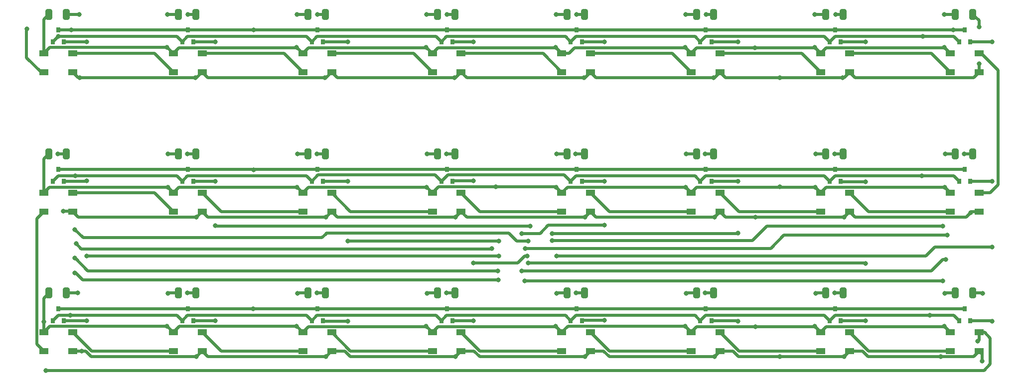
<source format=gbr>
%TF.GenerationSoftware,KiCad,Pcbnew,(6.0.7-1)-1*%
%TF.CreationDate,2022-12-02T15:50:44+01:00*%
%TF.ProjectId,3x8,3378382e-6b69-4636-9164-5f7063625858,rev?*%
%TF.SameCoordinates,Original*%
%TF.FileFunction,Copper,L1,Top*%
%TF.FilePolarity,Positive*%
%FSLAX46Y46*%
G04 Gerber Fmt 4.6, Leading zero omitted, Abs format (unit mm)*
G04 Created by KiCad (PCBNEW (6.0.7-1)-1) date 2022-12-02 15:50:44*
%MOMM*%
%LPD*%
G01*
G04 APERTURE LIST*
G04 Aperture macros list*
%AMRoundRect*
0 Rectangle with rounded corners*
0 $1 Rounding radius*
0 $2 $3 $4 $5 $6 $7 $8 $9 X,Y pos of 4 corners*
0 Add a 4 corners polygon primitive as box body*
4,1,4,$2,$3,$4,$5,$6,$7,$8,$9,$2,$3,0*
0 Add four circle primitives for the rounded corners*
1,1,$1+$1,$2,$3*
1,1,$1+$1,$4,$5*
1,1,$1+$1,$6,$7*
1,1,$1+$1,$8,$9*
0 Add four rect primitives between the rounded corners*
20,1,$1+$1,$2,$3,$4,$5,0*
20,1,$1+$1,$4,$5,$6,$7,0*
20,1,$1+$1,$6,$7,$8,$9,0*
20,1,$1+$1,$8,$9,$2,$3,0*%
G04 Aperture macros list end*
%TA.AperFunction,SMDPad,CuDef*%
%ADD10R,1.500000X1.000000*%
%TD*%
%TA.AperFunction,SMDPad,CuDef*%
%ADD11R,0.800000X0.900000*%
%TD*%
%TA.AperFunction,SMDPad,CuDef*%
%ADD12RoundRect,0.250000X0.325000X0.650000X-0.325000X0.650000X-0.325000X-0.650000X0.325000X-0.650000X0*%
%TD*%
%TA.AperFunction,SMDPad,CuDef*%
%ADD13RoundRect,0.250000X-0.325000X-0.650000X0.325000X-0.650000X0.325000X0.650000X-0.325000X0.650000X0*%
%TD*%
%TA.AperFunction,ViaPad*%
%ADD14C,0.800000*%
%TD*%
%TA.AperFunction,Conductor*%
%ADD15C,0.500000*%
%TD*%
G04 APERTURE END LIST*
D10*
%TO.P,D1,1,VSS*%
%TO.N,GND*%
X25526201Y-44296401D03*
%TO.P,D1,2,DIN*%
%TO.N,LedIn*%
X25526201Y-47496401D03*
%TO.P,D1,3,VDD*%
%TO.N,P*%
X30426201Y-47496401D03*
%TO.P,D1,4,DOUT*%
%TO.N,Net-(D1-Pad4)*%
X30426201Y-44296401D03*
%TD*%
%TO.P,D2,1,VSS*%
%TO.N,GND*%
X47526201Y-44296401D03*
%TO.P,D2,2,DIN*%
%TO.N,Net-(D1-Pad4)*%
X47526201Y-47496401D03*
%TO.P,D2,3,VDD*%
%TO.N,P*%
X52426201Y-47496401D03*
%TO.P,D2,4,DOUT*%
%TO.N,Net-(D2-Pad4)*%
X52426201Y-44296401D03*
%TD*%
%TO.P,D3,1,VSS*%
%TO.N,GND*%
X69526201Y-44296401D03*
%TO.P,D3,2,DIN*%
%TO.N,Net-(D2-Pad4)*%
X69526201Y-47496401D03*
%TO.P,D3,3,VDD*%
%TO.N,P*%
X74426201Y-47496401D03*
%TO.P,D3,4,DOUT*%
%TO.N,Net-(D3-Pad4)*%
X74426201Y-44296401D03*
%TD*%
%TO.P,D4,1,VSS*%
%TO.N,GND*%
X91526201Y-44296401D03*
%TO.P,D4,2,DIN*%
%TO.N,Net-(D3-Pad4)*%
X91526201Y-47496401D03*
%TO.P,D4,3,VDD*%
%TO.N,P*%
X96426201Y-47496401D03*
%TO.P,D4,4,DOUT*%
%TO.N,Net-(D4-Pad4)*%
X96426201Y-44296401D03*
%TD*%
%TO.P,D5,1,VSS*%
%TO.N,GND*%
X113526201Y-44296401D03*
%TO.P,D5,2,DIN*%
%TO.N,Net-(D4-Pad4)*%
X113526201Y-47496401D03*
%TO.P,D5,3,VDD*%
%TO.N,P*%
X118426201Y-47496401D03*
%TO.P,D5,4,DOUT*%
%TO.N,Net-(D5-Pad4)*%
X118426201Y-44296401D03*
%TD*%
%TO.P,D6,1,VSS*%
%TO.N,GND*%
X135526201Y-44296401D03*
%TO.P,D6,2,DIN*%
%TO.N,Net-(D5-Pad4)*%
X135526201Y-47496401D03*
%TO.P,D6,3,VDD*%
%TO.N,P*%
X140426201Y-47496401D03*
%TO.P,D6,4,DOUT*%
%TO.N,Net-(D6-Pad4)*%
X140426201Y-44296401D03*
%TD*%
%TO.P,D7,1,VSS*%
%TO.N,GND*%
X157526201Y-44296401D03*
%TO.P,D7,2,DIN*%
%TO.N,Net-(D6-Pad4)*%
X157526201Y-47496401D03*
%TO.P,D7,3,VDD*%
%TO.N,P*%
X162426201Y-47496401D03*
%TO.P,D7,4,DOUT*%
%TO.N,Net-(D7-Pad4)*%
X162426201Y-44296401D03*
%TD*%
%TO.P,D8,1,VSS*%
%TO.N,GND*%
X179526201Y-44296401D03*
%TO.P,D8,2,DIN*%
%TO.N,Net-(D7-Pad4)*%
X179526201Y-47496401D03*
%TO.P,D8,3,VDD*%
%TO.N,P*%
X184426201Y-47496401D03*
%TO.P,D8,4,DOUT*%
%TO.N,Net-(D16-Pad2)*%
X184426201Y-44296401D03*
%TD*%
%TO.P,D9,1,VSS*%
%TO.N,GND*%
X30426201Y-71196401D03*
%TO.P,D9,2,DIN*%
%TO.N,Net-(D10-Pad4)*%
X30426201Y-67996401D03*
%TO.P,D9,3,VDD*%
%TO.N,P*%
X25526201Y-67996401D03*
%TO.P,D9,4,DOUT*%
%TO.N,Net-(D17-Pad2)*%
X25526201Y-71196401D03*
%TD*%
%TO.P,D10,1,VSS*%
%TO.N,GND*%
X52426201Y-71196401D03*
%TO.P,D10,2,DIN*%
%TO.N,Net-(D10-Pad2)*%
X52426201Y-67996401D03*
%TO.P,D10,3,VDD*%
%TO.N,P*%
X47526201Y-67996401D03*
%TO.P,D10,4,DOUT*%
%TO.N,Net-(D10-Pad4)*%
X47526201Y-71196401D03*
%TD*%
%TO.P,D11,1,VSS*%
%TO.N,GND*%
X74426201Y-71196401D03*
%TO.P,D11,2,DIN*%
%TO.N,Net-(D11-Pad2)*%
X74426201Y-67996401D03*
%TO.P,D11,3,VDD*%
%TO.N,P*%
X69526201Y-67996401D03*
%TO.P,D11,4,DOUT*%
%TO.N,Net-(D10-Pad2)*%
X69526201Y-71196401D03*
%TD*%
%TO.P,D12,1,VSS*%
%TO.N,GND*%
X96426201Y-71196401D03*
%TO.P,D12,2,DIN*%
%TO.N,Net-(D12-Pad2)*%
X96426201Y-67996401D03*
%TO.P,D12,3,VDD*%
%TO.N,P*%
X91526201Y-67996401D03*
%TO.P,D12,4,DOUT*%
%TO.N,Net-(D11-Pad2)*%
X91526201Y-71196401D03*
%TD*%
%TO.P,D13,1,VSS*%
%TO.N,GND*%
X118426201Y-71196401D03*
%TO.P,D13,2,DIN*%
%TO.N,Net-(D13-Pad2)*%
X118426201Y-67996401D03*
%TO.P,D13,3,VDD*%
%TO.N,P*%
X113526201Y-67996401D03*
%TO.P,D13,4,DOUT*%
%TO.N,Net-(D12-Pad2)*%
X113526201Y-71196401D03*
%TD*%
%TO.P,D14,1,VSS*%
%TO.N,GND*%
X140426201Y-71196401D03*
%TO.P,D14,2,DIN*%
%TO.N,Net-(D14-Pad2)*%
X140426201Y-67996401D03*
%TO.P,D14,3,VDD*%
%TO.N,P*%
X135526201Y-67996401D03*
%TO.P,D14,4,DOUT*%
%TO.N,Net-(D13-Pad2)*%
X135526201Y-71196401D03*
%TD*%
%TO.P,D15,1,VSS*%
%TO.N,GND*%
X162426201Y-71196401D03*
%TO.P,D15,2,DIN*%
%TO.N,Net-(D15-Pad2)*%
X162426201Y-67996401D03*
%TO.P,D15,3,VDD*%
%TO.N,P*%
X157526201Y-67996401D03*
%TO.P,D15,4,DOUT*%
%TO.N,Net-(D14-Pad2)*%
X157526201Y-71196401D03*
%TD*%
%TO.P,D16,1,VSS*%
%TO.N,GND*%
X184426201Y-71196401D03*
%TO.P,D16,2,DIN*%
%TO.N,Net-(D16-Pad2)*%
X184426201Y-67996401D03*
%TO.P,D16,3,VDD*%
%TO.N,P*%
X179526201Y-67996401D03*
%TO.P,D16,4,DOUT*%
%TO.N,Net-(D15-Pad2)*%
X179526201Y-71196401D03*
%TD*%
%TO.P,D17,1,VSS*%
%TO.N,GND*%
X25526201Y-91696401D03*
%TO.P,D17,2,DIN*%
%TO.N,Net-(D17-Pad2)*%
X25526201Y-94896401D03*
%TO.P,D17,3,VDD*%
%TO.N,P*%
X30426201Y-94896401D03*
%TO.P,D17,4,DOUT*%
%TO.N,Net-(D17-Pad4)*%
X30426201Y-91696401D03*
%TD*%
%TO.P,D18,1,VSS*%
%TO.N,GND*%
X47526201Y-91696401D03*
%TO.P,D18,2,DIN*%
%TO.N,Net-(D17-Pad4)*%
X47526201Y-94896401D03*
%TO.P,D18,3,VDD*%
%TO.N,P*%
X52426201Y-94896401D03*
%TO.P,D18,4,DOUT*%
%TO.N,Net-(D18-Pad4)*%
X52426201Y-91696401D03*
%TD*%
%TO.P,D19,1,VSS*%
%TO.N,GND*%
X69526201Y-91696401D03*
%TO.P,D19,2,DIN*%
%TO.N,Net-(D18-Pad4)*%
X69526201Y-94896401D03*
%TO.P,D19,3,VDD*%
%TO.N,P*%
X74426201Y-94896401D03*
%TO.P,D19,4,DOUT*%
%TO.N,Net-(D19-Pad4)*%
X74426201Y-91696401D03*
%TD*%
%TO.P,D20,1,VSS*%
%TO.N,GND*%
X91526201Y-91696401D03*
%TO.P,D20,2,DIN*%
%TO.N,Net-(D19-Pad4)*%
X91526201Y-94896401D03*
%TO.P,D20,3,VDD*%
%TO.N,P*%
X96426201Y-94896401D03*
%TO.P,D20,4,DOUT*%
%TO.N,Net-(D20-Pad4)*%
X96426201Y-91696401D03*
%TD*%
%TO.P,D21,1,VSS*%
%TO.N,GND*%
X113526201Y-91696401D03*
%TO.P,D21,2,DIN*%
%TO.N,Net-(D20-Pad4)*%
X113526201Y-94896401D03*
%TO.P,D21,3,VDD*%
%TO.N,P*%
X118426201Y-94896401D03*
%TO.P,D21,4,DOUT*%
%TO.N,Net-(D21-Pad4)*%
X118426201Y-91696401D03*
%TD*%
%TO.P,D22,1,VSS*%
%TO.N,GND*%
X135526201Y-91696401D03*
%TO.P,D22,2,DIN*%
%TO.N,Net-(D21-Pad4)*%
X135526201Y-94896401D03*
%TO.P,D22,3,VDD*%
%TO.N,P*%
X140426201Y-94896401D03*
%TO.P,D22,4,DOUT*%
%TO.N,Net-(D22-Pad4)*%
X140426201Y-91696401D03*
%TD*%
%TO.P,D23,1,VSS*%
%TO.N,GND*%
X157526201Y-91696401D03*
%TO.P,D23,2,DIN*%
%TO.N,Net-(D22-Pad4)*%
X157526201Y-94896401D03*
%TO.P,D23,3,VDD*%
%TO.N,P*%
X162426201Y-94896401D03*
%TO.P,D23,4,DOUT*%
%TO.N,Net-(D23-Pad4)*%
X162426201Y-91696401D03*
%TD*%
%TO.P,D24,1,VSS*%
%TO.N,GND*%
X179526201Y-91696401D03*
%TO.P,D24,2,DIN*%
%TO.N,Net-(D23-Pad4)*%
X179526201Y-94896401D03*
%TO.P,D24,3,VDD*%
%TO.N,P*%
X184426201Y-94896401D03*
%TO.P,D24,4,DOUT*%
%TO.N,LedOut*%
X184426201Y-91696401D03*
%TD*%
D11*
%TO.P,U1,1,VCC*%
%TO.N,PQ1*%
X27050000Y-42350000D03*
%TO.P,U1,2,OUT*%
%TO.N,HallOut1*%
X28950000Y-42350000D03*
%TO.P,U1,3,GND*%
%TO.N,AGND*%
X28000000Y-40350000D03*
%TD*%
%TO.P,U2,1,VCC*%
%TO.N,PQ1*%
X49050000Y-42350000D03*
%TO.P,U2,2,OUT*%
%TO.N,HallOut2*%
X50950000Y-42350000D03*
%TO.P,U2,3,GND*%
%TO.N,AGND*%
X50000000Y-40350000D03*
%TD*%
%TO.P,U3,1,VCC*%
%TO.N,PQ1*%
X71050000Y-42350000D03*
%TO.P,U3,2,OUT*%
%TO.N,HallOut3*%
X72950000Y-42350000D03*
%TO.P,U3,3,GND*%
%TO.N,AGND*%
X72000000Y-40350000D03*
%TD*%
%TO.P,U4,1,VCC*%
%TO.N,PQ1*%
X93050000Y-42350000D03*
%TO.P,U4,2,OUT*%
%TO.N,HallOut4*%
X94950000Y-42350000D03*
%TO.P,U4,3,GND*%
%TO.N,AGND*%
X94000000Y-40350000D03*
%TD*%
%TO.P,U5,1,VCC*%
%TO.N,PQ1*%
X115050000Y-42350000D03*
%TO.P,U5,2,OUT*%
%TO.N,HallOut5*%
X116950000Y-42350000D03*
%TO.P,U5,3,GND*%
%TO.N,AGND*%
X116000000Y-40350000D03*
%TD*%
%TO.P,U6,1,VCC*%
%TO.N,PQ1*%
X137050000Y-42350000D03*
%TO.P,U6,2,OUT*%
%TO.N,HallOut6*%
X138950000Y-42350000D03*
%TO.P,U6,3,GND*%
%TO.N,AGND*%
X138000000Y-40350000D03*
%TD*%
%TO.P,U7,1,VCC*%
%TO.N,PQ1*%
X159050000Y-42350000D03*
%TO.P,U7,2,OUT*%
%TO.N,HallOut7*%
X160950000Y-42350000D03*
%TO.P,U7,3,GND*%
%TO.N,AGND*%
X160000000Y-40350000D03*
%TD*%
%TO.P,U8,1,VCC*%
%TO.N,PQ1*%
X181050000Y-42350000D03*
%TO.P,U8,2,OUT*%
%TO.N,HallOut8*%
X182950000Y-42350000D03*
%TO.P,U8,3,GND*%
%TO.N,AGND*%
X182000000Y-40350000D03*
%TD*%
%TO.P,U9,1,VCC*%
%TO.N,PQ2*%
X27050000Y-66050000D03*
%TO.P,U9,2,OUT*%
%TO.N,HallOut1*%
X28950000Y-66050000D03*
%TO.P,U9,3,GND*%
%TO.N,AGND*%
X28000000Y-64050000D03*
%TD*%
%TO.P,U10,1,VCC*%
%TO.N,PQ2*%
X49050000Y-66050000D03*
%TO.P,U10,2,OUT*%
%TO.N,HallOut2*%
X50950000Y-66050000D03*
%TO.P,U10,3,GND*%
%TO.N,AGND*%
X50000000Y-64050000D03*
%TD*%
%TO.P,U11,1,VCC*%
%TO.N,PQ2*%
X71050000Y-66050000D03*
%TO.P,U11,2,OUT*%
%TO.N,HallOut3*%
X72950000Y-66050000D03*
%TO.P,U11,3,GND*%
%TO.N,AGND*%
X72000000Y-64050000D03*
%TD*%
%TO.P,U12,1,VCC*%
%TO.N,PQ2*%
X93050000Y-66050000D03*
%TO.P,U12,2,OUT*%
%TO.N,HallOut4*%
X94950000Y-66050000D03*
%TO.P,U12,3,GND*%
%TO.N,AGND*%
X94000000Y-64050000D03*
%TD*%
%TO.P,U13,1,VCC*%
%TO.N,PQ2*%
X115050000Y-66050000D03*
%TO.P,U13,2,OUT*%
%TO.N,HallOut5*%
X116950000Y-66050000D03*
%TO.P,U13,3,GND*%
%TO.N,AGND*%
X116000000Y-64050000D03*
%TD*%
%TO.P,U14,1,VCC*%
%TO.N,PQ2*%
X137050000Y-66050000D03*
%TO.P,U14,2,OUT*%
%TO.N,HallOut6*%
X138950000Y-66050000D03*
%TO.P,U14,3,GND*%
%TO.N,AGND*%
X138000000Y-64050000D03*
%TD*%
%TO.P,U15,1,VCC*%
%TO.N,PQ2*%
X159050000Y-66050000D03*
%TO.P,U15,2,OUT*%
%TO.N,HallOut7*%
X160950000Y-66050000D03*
%TO.P,U15,3,GND*%
%TO.N,AGND*%
X160000000Y-64050000D03*
%TD*%
%TO.P,U16,1,VCC*%
%TO.N,PQ2*%
X181050000Y-66050000D03*
%TO.P,U16,2,OUT*%
%TO.N,HallOut8*%
X182950000Y-66050000D03*
%TO.P,U16,3,GND*%
%TO.N,AGND*%
X182000000Y-64050000D03*
%TD*%
%TO.P,U17,1,VCC*%
%TO.N,PQ3*%
X27050000Y-89750000D03*
%TO.P,U17,2,OUT*%
%TO.N,HallOut1*%
X28950000Y-89750000D03*
%TO.P,U17,3,GND*%
%TO.N,AGND*%
X28000000Y-87750000D03*
%TD*%
%TO.P,U18,1,VCC*%
%TO.N,PQ3*%
X49050000Y-89750000D03*
%TO.P,U18,2,OUT*%
%TO.N,HallOut2*%
X50950000Y-89750000D03*
%TO.P,U18,3,GND*%
%TO.N,AGND*%
X50000000Y-87750000D03*
%TD*%
%TO.P,U19,1,VCC*%
%TO.N,PQ3*%
X71050000Y-89750000D03*
%TO.P,U19,2,OUT*%
%TO.N,HallOut3*%
X72950000Y-89750000D03*
%TO.P,U19,3,GND*%
%TO.N,AGND*%
X72000000Y-87750000D03*
%TD*%
%TO.P,U20,1,VCC*%
%TO.N,PQ3*%
X93050000Y-89750000D03*
%TO.P,U20,2,OUT*%
%TO.N,HallOut4*%
X94950000Y-89750000D03*
%TO.P,U20,3,GND*%
%TO.N,AGND*%
X94000000Y-87750000D03*
%TD*%
%TO.P,U21,1,VCC*%
%TO.N,PQ3*%
X115050000Y-89750000D03*
%TO.P,U21,2,OUT*%
%TO.N,HallOut5*%
X116950000Y-89750000D03*
%TO.P,U21,3,GND*%
%TO.N,AGND*%
X116000000Y-87750000D03*
%TD*%
%TO.P,U22,1,VCC*%
%TO.N,PQ3*%
X137050000Y-89750000D03*
%TO.P,U22,2,OUT*%
%TO.N,HallOut6*%
X138950000Y-89750000D03*
%TO.P,U22,3,GND*%
%TO.N,AGND*%
X138000000Y-87750000D03*
%TD*%
%TO.P,U23,1,VCC*%
%TO.N,PQ3*%
X159050000Y-89750000D03*
%TO.P,U23,2,OUT*%
%TO.N,HallOut7*%
X160950000Y-89750000D03*
%TO.P,U23,3,GND*%
%TO.N,AGND*%
X160000000Y-87750000D03*
%TD*%
%TO.P,U24,1,VCC*%
%TO.N,PQ3*%
X181050000Y-89750000D03*
%TO.P,U24,2,OUT*%
%TO.N,HallOut8*%
X182950000Y-89750000D03*
%TO.P,U24,3,GND*%
%TO.N,AGND*%
X182000000Y-87750000D03*
%TD*%
D12*
%TO.P,C1,1*%
%TO.N,P*%
X29351800Y-37650000D03*
%TO.P,C1,2*%
%TO.N,GND*%
X26401800Y-37650000D03*
%TD*%
%TO.P,C5,1*%
%TO.N,P*%
X117351800Y-37650000D03*
%TO.P,C5,2*%
%TO.N,GND*%
X114401800Y-37650000D03*
%TD*%
%TO.P,C6,1*%
%TO.N,P*%
X139351800Y-37650000D03*
%TO.P,C6,2*%
%TO.N,GND*%
X136401800Y-37650000D03*
%TD*%
%TO.P,C22,1*%
%TO.N,P*%
X139351800Y-85050000D03*
%TO.P,C22,2*%
%TO.N,GND*%
X136401800Y-85050000D03*
%TD*%
%TO.P,C19,1*%
%TO.N,P*%
X73351800Y-85050000D03*
%TO.P,C19,2*%
%TO.N,GND*%
X70401800Y-85050000D03*
%TD*%
%TO.P,C20,1*%
%TO.N,P*%
X95351800Y-85050000D03*
%TO.P,C20,2*%
%TO.N,GND*%
X92401800Y-85050000D03*
%TD*%
%TO.P,C18,1*%
%TO.N,P*%
X51351800Y-85050000D03*
%TO.P,C18,2*%
%TO.N,GND*%
X48401800Y-85050000D03*
%TD*%
%TO.P,C24,1*%
%TO.N,P*%
X183351800Y-85050000D03*
%TO.P,C24,2*%
%TO.N,GND*%
X180401800Y-85050000D03*
%TD*%
%TO.P,C17,1*%
%TO.N,P*%
X29351800Y-85050000D03*
%TO.P,C17,2*%
%TO.N,GND*%
X26401800Y-85050000D03*
%TD*%
%TO.P,C7,1*%
%TO.N,P*%
X161351800Y-37650000D03*
%TO.P,C7,2*%
%TO.N,GND*%
X158401800Y-37650000D03*
%TD*%
D13*
%TO.P,C9,1*%
%TO.N,P*%
X26401800Y-61350000D03*
%TO.P,C9,2*%
%TO.N,GND*%
X29351800Y-61350000D03*
%TD*%
%TO.P,C14,1*%
%TO.N,P*%
X136401800Y-61350000D03*
%TO.P,C14,2*%
%TO.N,GND*%
X139351800Y-61350000D03*
%TD*%
D12*
%TO.P,C3,1*%
%TO.N,P*%
X73351800Y-37650000D03*
%TO.P,C3,2*%
%TO.N,GND*%
X70401800Y-37650000D03*
%TD*%
%TO.P,C23,1*%
%TO.N,P*%
X161351800Y-85050000D03*
%TO.P,C23,2*%
%TO.N,GND*%
X158401800Y-85050000D03*
%TD*%
D13*
%TO.P,C15,1*%
%TO.N,P*%
X158401800Y-61350000D03*
%TO.P,C15,2*%
%TO.N,GND*%
X161351800Y-61350000D03*
%TD*%
D12*
%TO.P,C4,1*%
%TO.N,P*%
X95351800Y-37650000D03*
%TO.P,C4,2*%
%TO.N,GND*%
X92401800Y-37650000D03*
%TD*%
D13*
%TO.P,C10,1*%
%TO.N,P*%
X48401800Y-61350000D03*
%TO.P,C10,2*%
%TO.N,GND*%
X51351800Y-61350000D03*
%TD*%
D12*
%TO.P,C8,1*%
%TO.N,P*%
X183351800Y-37650000D03*
%TO.P,C8,2*%
%TO.N,GND*%
X180401800Y-37650000D03*
%TD*%
D13*
%TO.P,C16,1*%
%TO.N,P*%
X180401800Y-61350000D03*
%TO.P,C16,2*%
%TO.N,GND*%
X183351800Y-61350000D03*
%TD*%
%TO.P,C13,1*%
%TO.N,P*%
X114401800Y-61350000D03*
%TO.P,C13,2*%
%TO.N,GND*%
X117351800Y-61350000D03*
%TD*%
D12*
%TO.P,C2,1*%
%TO.N,P*%
X51351800Y-37650000D03*
%TO.P,C2,2*%
%TO.N,GND*%
X48401800Y-37650000D03*
%TD*%
D13*
%TO.P,C11,1*%
%TO.N,P*%
X70401800Y-61350000D03*
%TO.P,C11,2*%
%TO.N,GND*%
X73351800Y-61350000D03*
%TD*%
%TO.P,C12,1*%
%TO.N,P*%
X92401800Y-61350000D03*
%TO.P,C12,2*%
%TO.N,GND*%
X95351800Y-61350000D03*
%TD*%
D12*
%TO.P,C21,1*%
%TO.N,P*%
X117351800Y-85050000D03*
%TO.P,C21,2*%
%TO.N,GND*%
X114401800Y-85050000D03*
%TD*%
D14*
%TO.N,P*%
X93920000Y-85050000D03*
X150586402Y-66993598D03*
X184970000Y-96580000D03*
X90576200Y-67046400D03*
X139476200Y-95846402D03*
X139283598Y-48446402D03*
X49920000Y-85050000D03*
X90650000Y-61360000D03*
X137920000Y-85050000D03*
X72030000Y-37700000D03*
X159920000Y-85050000D03*
X178650000Y-61360000D03*
X94030000Y-37700000D03*
X112650000Y-61360000D03*
X31560000Y-37700000D03*
X73283598Y-48446402D03*
X31933599Y-94896401D03*
X51283598Y-48446402D03*
X117476200Y-95846402D03*
X68650000Y-61360000D03*
X112576200Y-67046400D03*
X31663598Y-48446402D03*
X177943598Y-95846402D03*
X161476200Y-95846402D03*
X116030000Y-37700000D03*
X161283598Y-48446402D03*
X31250000Y-85020000D03*
X102289999Y-66950001D03*
X185050000Y-85060000D03*
X50030000Y-37700000D03*
X160030000Y-37700000D03*
X150573598Y-95846402D03*
X73476200Y-95846402D03*
X156576200Y-67046400D03*
X46576200Y-67046400D03*
X71920000Y-85050000D03*
X115920000Y-85050000D03*
X184420000Y-39800000D03*
X95283598Y-48446402D03*
X117283598Y-48446402D03*
X156650000Y-61360000D03*
X134650000Y-61360000D03*
X46650000Y-61360000D03*
X51476200Y-95846402D03*
X68576200Y-67046400D03*
X138030000Y-37700000D03*
X184440000Y-46060000D03*
X150586402Y-48446402D03*
X95476200Y-95846402D03*
X178576200Y-67046400D03*
X134576200Y-67046400D03*
%TO.N,LedIn*%
X22620000Y-40140000D03*
%TO.N,GND*%
X28870000Y-71130000D03*
X134640000Y-85110000D03*
X90640000Y-85110000D03*
X156540000Y-37700000D03*
X137900000Y-61420000D03*
X46540000Y-37700000D03*
X73476200Y-72146402D03*
X146396400Y-72103600D03*
X112640000Y-85110000D03*
X182981301Y-71391301D03*
X95476200Y-72146402D03*
X134479801Y-43250001D03*
X112540000Y-37700000D03*
X181900000Y-61420000D03*
X68640000Y-85110000D03*
X46479801Y-90650001D03*
X90540000Y-37700000D03*
X68479801Y-43250001D03*
X178479801Y-43250001D03*
X49900000Y-61420000D03*
X139476200Y-72146402D03*
X112479801Y-90650001D03*
X159900000Y-61420000D03*
X90479801Y-43250001D03*
X156640000Y-85110000D03*
X178479801Y-90650001D03*
X178640000Y-85110000D03*
X178540000Y-37700000D03*
X51476200Y-72146402D03*
X90479801Y-90650001D03*
X71900000Y-61420000D03*
X46479801Y-43250001D03*
X46640000Y-85110000D03*
X112479801Y-43250001D03*
X27860000Y-61390000D03*
X117476200Y-72146402D03*
X156479801Y-43250001D03*
X25526201Y-89886201D03*
X68479801Y-90650001D03*
X68540000Y-37700000D03*
X146396400Y-90746400D03*
X115900000Y-61420000D03*
X161476200Y-72146402D03*
X93900000Y-61420000D03*
X156479801Y-90650001D03*
X146313600Y-43346400D03*
X134479801Y-90650001D03*
X134540000Y-37700000D03*
%TO.N,S1*%
X30760000Y-81600000D03*
X102720000Y-82790000D03*
X107200000Y-82980000D03*
X178230000Y-82980000D03*
%TO.N,S0*%
X102650000Y-81250000D03*
X30810000Y-79110000D03*
X178750000Y-79300000D03*
X106690000Y-81260000D03*
%TO.N,Hall2*%
X111870000Y-76160000D03*
X30790000Y-74240000D03*
X178290000Y-73650000D03*
X107840000Y-76210000D03*
%TO.N,Hall1*%
X101640000Y-77440000D03*
X31010000Y-76660000D03*
X179030000Y-75230000D03*
X107340000Y-77440000D03*
%TO.N,LedOut*%
X25860000Y-98220000D03*
X184200500Y-93250000D03*
%TO.N,PQ1*%
X174840001Y-41449999D03*
X27950001Y-41449999D03*
%TO.N,PQ2*%
X174670001Y-65149999D03*
X30882601Y-65147399D03*
%TO.N,PQ3*%
X176030001Y-88849999D03*
X30010001Y-88849999D03*
%TO.N,HallOut1*%
X32842000Y-65997400D03*
X32842000Y-89771800D03*
X32842000Y-78732000D03*
X102860000Y-78720000D03*
X32842000Y-42350000D03*
%TO.N,HallOut2*%
X108140000Y-73650000D03*
X54686000Y-73586000D03*
X54686000Y-89771800D03*
X54686000Y-66048200D03*
X54686000Y-42350000D03*
%TO.N,HallOut3*%
X77170000Y-76180000D03*
X102820000Y-76170000D03*
X77170000Y-66020000D03*
X77160000Y-89810000D03*
X77170000Y-42360000D03*
%TO.N,HallOut4*%
X98545200Y-66004000D03*
X107670000Y-78710000D03*
X98545200Y-79924800D03*
X98545200Y-89753000D03*
X98545200Y-42350000D03*
%TO.N,HallOut5*%
X120776800Y-66073600D03*
X120776800Y-73493200D03*
X120776800Y-42350000D03*
X120750000Y-89700000D03*
X106690000Y-74910000D03*
%TO.N,HallOut6*%
X143459000Y-66073600D03*
X143459000Y-74891000D03*
X111920000Y-74930000D03*
X143459000Y-89797200D03*
X143459000Y-42350000D03*
%TO.N,HallOut7*%
X165125200Y-66149800D03*
X165125200Y-79994800D03*
X165120000Y-89760000D03*
X165125200Y-42350000D03*
X107810000Y-79960000D03*
%TO.N,HallOut8*%
X186639000Y-89848000D03*
X186639000Y-66073600D03*
X186639000Y-77241000D03*
X112620000Y-78750000D03*
X186639000Y-42350000D03*
%TO.N,AGND*%
X180030000Y-40350000D03*
X30170000Y-40350000D03*
X61160000Y-40350000D03*
X61160000Y-64070000D03*
X61050000Y-87750000D03*
%TD*%
D15*
%TO.N,P*%
X53376202Y-48446402D02*
X73476200Y-48446402D01*
X48476202Y-67046400D02*
X68576200Y-67046400D01*
X53376202Y-95846402D02*
X73476200Y-95846402D01*
X90576200Y-67046400D02*
X70476202Y-67046400D01*
X136476202Y-67046400D02*
X135526201Y-67996401D01*
X117351800Y-85050000D02*
X115920000Y-85050000D01*
X73476200Y-48446402D02*
X74426201Y-47496401D01*
X114476202Y-67046400D02*
X113526201Y-67996401D01*
X134576200Y-67046400D02*
X114476202Y-67046400D01*
X162426201Y-47496401D02*
X163376202Y-48446402D01*
X121586240Y-95846402D02*
X139476200Y-95846402D01*
X156576200Y-67046400D02*
X136476202Y-67046400D01*
X95476200Y-48446402D02*
X96426201Y-47496401D01*
X139351800Y-85050000D02*
X137920000Y-85050000D01*
X178576200Y-67046400D02*
X179526201Y-67996401D01*
X29351800Y-85050000D02*
X31220000Y-85050000D01*
X26401800Y-61350000D02*
X25526201Y-62225599D01*
X96426201Y-94896401D02*
X98636239Y-94896401D01*
X177943598Y-95846402D02*
X183476200Y-95846402D01*
X32636239Y-94896401D02*
X33586240Y-95846402D01*
X31933599Y-94896401D02*
X32636239Y-94896401D01*
X51351800Y-37650000D02*
X50080000Y-37650000D01*
X92401800Y-61350000D02*
X90660000Y-61350000D01*
X46576200Y-67046400D02*
X26476202Y-67046400D01*
X184426201Y-46073799D02*
X184440000Y-46060000D01*
X92572601Y-66950001D02*
X91526201Y-67996401D01*
X143586240Y-95846402D02*
X161476200Y-95846402D01*
X74426201Y-94896401D02*
X76636239Y-94896401D01*
X91526201Y-67996401D02*
X90576200Y-67046400D01*
X102289999Y-66950001D02*
X92572601Y-66950001D01*
X165586240Y-95846402D02*
X177943598Y-95846402D01*
X47526201Y-67996401D02*
X46576200Y-67046400D01*
X95351800Y-37650000D02*
X94080000Y-37650000D01*
X136401800Y-61350000D02*
X134660000Y-61350000D01*
X50080000Y-37650000D02*
X50030000Y-37700000D01*
X140426201Y-47496401D02*
X141376202Y-48446402D01*
X30426201Y-94896401D02*
X31933599Y-94896401D01*
X73351800Y-37650000D02*
X72080000Y-37650000D01*
X26476202Y-67046400D02*
X25526201Y-67996401D01*
X184970000Y-95440200D02*
X184426201Y-94896401D01*
X77586240Y-95846402D02*
X95476200Y-95846402D01*
X31220000Y-85050000D02*
X31250000Y-85020000D01*
X31510000Y-37650000D02*
X31560000Y-37700000D01*
X51476200Y-95846402D02*
X52426201Y-94896401D01*
X118426201Y-47496401D02*
X119376202Y-48446402D01*
X51351800Y-85050000D02*
X49920000Y-85050000D01*
X118426201Y-94896401D02*
X120636239Y-94896401D01*
X97376202Y-48446402D02*
X117476200Y-48446402D01*
X185040000Y-85050000D02*
X185050000Y-85060000D01*
X48401800Y-61350000D02*
X46660000Y-61350000D01*
X163376202Y-48446402D02*
X183476200Y-48446402D01*
X117476200Y-95846402D02*
X118426201Y-94896401D01*
X70401800Y-61350000D02*
X68660000Y-61350000D01*
X46660000Y-61350000D02*
X46650000Y-61360000D01*
X139351800Y-37650000D02*
X138080000Y-37650000D01*
X161476200Y-95846402D02*
X162426201Y-94896401D01*
X96426201Y-47496401D02*
X97376202Y-48446402D01*
X29351800Y-37650000D02*
X31510000Y-37650000D01*
X52426201Y-94896401D02*
X53376202Y-95846402D01*
X183476200Y-48446402D02*
X184426201Y-47496401D01*
X95476200Y-95846402D02*
X96426201Y-94896401D01*
X184420000Y-38718200D02*
X183351800Y-37650000D01*
X119376202Y-48446402D02*
X139476200Y-48446402D01*
X117476200Y-48446402D02*
X118426201Y-47496401D01*
X184426201Y-47496401D02*
X184426201Y-46073799D01*
X73351800Y-85050000D02*
X71920000Y-85050000D01*
X135526201Y-67996401D02*
X134576200Y-67046400D01*
X31376202Y-48446402D02*
X31663598Y-48446402D01*
X184420000Y-39800000D02*
X184420000Y-38718200D01*
X142636239Y-94896401D02*
X143586240Y-95846402D01*
X70476202Y-67046400D02*
X69526201Y-67996401D01*
X99586240Y-95846402D02*
X117476200Y-95846402D01*
X161351800Y-37650000D02*
X160080000Y-37650000D01*
X48476202Y-67046400D02*
X47526201Y-67996401D01*
X113526201Y-67996401D02*
X112479801Y-66950001D01*
X180401800Y-61350000D02*
X178660000Y-61350000D01*
X69526201Y-67996401D02*
X68576200Y-67046400D01*
X161476200Y-48446402D02*
X162426201Y-47496401D01*
X139476200Y-95846402D02*
X140426201Y-94896401D01*
X184970000Y-96580000D02*
X184970000Y-95440200D01*
X183351800Y-85050000D02*
X185040000Y-85050000D01*
X183476200Y-95846402D02*
X184426201Y-94896401D01*
X157526201Y-67996401D02*
X156576200Y-67046400D01*
X30426201Y-47496401D02*
X31376202Y-48446402D01*
X73476200Y-95846402D02*
X74426201Y-94896401D01*
X117351800Y-37650000D02*
X116080000Y-37650000D01*
X140426201Y-94896401D02*
X142636239Y-94896401D01*
X158476202Y-67046400D02*
X178576200Y-67046400D01*
X33586240Y-95846402D02*
X51476200Y-95846402D01*
X164636239Y-94896401D02*
X165586240Y-95846402D01*
X161351800Y-85050000D02*
X159920000Y-85050000D01*
X75376202Y-48446402D02*
X95476200Y-48446402D01*
X162426201Y-94896401D02*
X164636239Y-94896401D01*
X141376202Y-48446402D02*
X161476200Y-48446402D01*
X95351800Y-85050000D02*
X93920000Y-85050000D01*
X157526201Y-67996401D02*
X158476202Y-67046400D01*
X74426201Y-47496401D02*
X75376202Y-48446402D01*
X139476200Y-48446402D02*
X140426201Y-47496401D01*
X31663598Y-48446402D02*
X51476200Y-48446402D01*
X120636239Y-94896401D02*
X121586240Y-95846402D01*
X51476200Y-48446402D02*
X52426201Y-47496401D01*
X52426201Y-47496401D02*
X53376202Y-48446402D01*
X76636239Y-94896401D02*
X77586240Y-95846402D01*
X158401800Y-61350000D02*
X156660000Y-61350000D01*
X114401800Y-61350000D02*
X112660000Y-61350000D01*
X25526201Y-62225599D02*
X25526201Y-67996401D01*
X98636239Y-94896401D02*
X99586240Y-95846402D01*
X112479801Y-66950001D02*
X102289999Y-66950001D01*
%TO.N,LedIn*%
X22580000Y-40180000D02*
X22620000Y-40140000D01*
X25066401Y-47496401D02*
X22580000Y-45010000D01*
X22580000Y-45010000D02*
X22580000Y-40180000D01*
%TO.N,Net-(D1-Pad4)*%
X44326201Y-44296401D02*
X47526201Y-47496401D01*
X30426201Y-44296401D02*
X44326201Y-44296401D01*
%TO.N,Net-(D2-Pad4)*%
X66326201Y-44296401D02*
X69526201Y-47496401D01*
X52426201Y-44296401D02*
X66326201Y-44296401D01*
%TO.N,Net-(D3-Pad4)*%
X74426201Y-44296401D02*
X88326201Y-44296401D01*
X88326201Y-44296401D02*
X91526201Y-47496401D01*
%TO.N,Net-(D4-Pad4)*%
X110326201Y-44296401D02*
X113526201Y-47496401D01*
X96426201Y-44296401D02*
X110326201Y-44296401D01*
%TO.N,Net-(D5-Pad4)*%
X132326201Y-44296401D02*
X135526201Y-47496401D01*
X118426201Y-44296401D02*
X132326201Y-44296401D01*
%TO.N,Net-(D6-Pad4)*%
X140426201Y-44296401D02*
X154326201Y-44296401D01*
X154326201Y-44296401D02*
X157526201Y-47496401D01*
%TO.N,Net-(D7-Pad4)*%
X162426201Y-44296401D02*
X176326201Y-44296401D01*
X176326201Y-44296401D02*
X179526201Y-47496401D01*
%TO.N,GND*%
X48572601Y-90650001D02*
X68479801Y-90650001D01*
X114776201Y-44296401D02*
X115726202Y-43346400D01*
X49970000Y-61350000D02*
X49900000Y-61420000D01*
X163376202Y-72146402D02*
X162426201Y-71196401D01*
X161351800Y-61350000D02*
X159970000Y-61350000D01*
X69526201Y-91696401D02*
X70476202Y-90746400D01*
X136476202Y-43346400D02*
X156576200Y-43346400D01*
X182731301Y-71641301D02*
X182226200Y-72146402D01*
X182226200Y-72146402D02*
X163376202Y-72146402D01*
X156576200Y-43346400D02*
X157526201Y-44296401D01*
X30426201Y-71196401D02*
X31376202Y-72146402D01*
X25526201Y-85925599D02*
X25526201Y-89886201D01*
X118426201Y-71196401D02*
X119376202Y-72146402D01*
X113526201Y-91696401D02*
X114572601Y-90650001D01*
X26572601Y-90650001D02*
X46479801Y-90650001D01*
X134479801Y-90650001D02*
X135526201Y-91696401D01*
X28870000Y-71130000D02*
X30359800Y-71130000D01*
X46479801Y-90650001D02*
X47526201Y-91696401D01*
X73351800Y-61350000D02*
X71970000Y-61350000D01*
X91526201Y-91696401D02*
X92476202Y-90746400D01*
X184426201Y-71196401D02*
X183176201Y-71196401D01*
X92401800Y-85050000D02*
X90700000Y-85050000D01*
X48476202Y-43346400D02*
X68576200Y-43346400D01*
X47526201Y-44296401D02*
X48476202Y-43346400D01*
X27900000Y-61350000D02*
X27860000Y-61390000D01*
X26401800Y-37650000D02*
X25526201Y-38525599D01*
X90576200Y-43346400D02*
X91526201Y-44296401D01*
X141376202Y-72146402D02*
X140426201Y-71196401D01*
X113526201Y-44296401D02*
X114776201Y-44296401D01*
X114401800Y-85050000D02*
X112700000Y-85050000D01*
X119376202Y-72146402D02*
X139476200Y-72146402D01*
X25526201Y-38525599D02*
X25526201Y-44296401D01*
X112576200Y-43346400D02*
X113526201Y-44296401D01*
X92476202Y-43346400D02*
X112576200Y-43346400D01*
X68479801Y-90650001D02*
X69526201Y-91696401D01*
X158401800Y-85050000D02*
X156700000Y-85050000D01*
X178576200Y-43346400D02*
X179526201Y-44296401D01*
X139476200Y-72146402D02*
X140426201Y-71196401D01*
X68576200Y-43346400D02*
X69526201Y-44296401D01*
X26401800Y-85050000D02*
X25526201Y-85925599D01*
X115726202Y-43346400D02*
X134576200Y-43346400D01*
X112576200Y-90746400D02*
X113526201Y-91696401D01*
X26572601Y-43250001D02*
X46479801Y-43250001D01*
X92401800Y-37650000D02*
X90590000Y-37650000D01*
X161476200Y-72146402D02*
X141376202Y-72146402D01*
X183176201Y-71196401D02*
X182981301Y-71391301D01*
X92476202Y-90746400D02*
X112576200Y-90746400D01*
X70401800Y-37650000D02*
X68590000Y-37650000D01*
X178576200Y-90746400D02*
X179526201Y-91696401D01*
X70401800Y-85050000D02*
X68700000Y-85050000D01*
X46479801Y-43250001D02*
X47526201Y-44296401D01*
X114401800Y-37650000D02*
X112590000Y-37650000D01*
X136401800Y-85050000D02*
X134700000Y-85050000D01*
X47526201Y-91696401D02*
X48572601Y-90650001D01*
X136476202Y-90746400D02*
X156576200Y-90746400D01*
X97376202Y-72146402D02*
X117476200Y-72146402D01*
X25526201Y-91696401D02*
X26572601Y-90650001D01*
X74426201Y-71196401D02*
X75376202Y-72146402D01*
X25526201Y-89886201D02*
X25526201Y-91696401D01*
X182981301Y-71391301D02*
X182731301Y-71641301D01*
X95476200Y-72146402D02*
X96426201Y-71196401D01*
X25526201Y-44296401D02*
X26572601Y-43250001D01*
X91526201Y-44296401D02*
X92476202Y-43346400D01*
X51351800Y-61350000D02*
X49970000Y-61350000D01*
X46700000Y-85050000D02*
X46640000Y-85110000D01*
X183351800Y-61350000D02*
X181970000Y-61350000D01*
X158476202Y-43346400D02*
X178576200Y-43346400D01*
X158476202Y-90746400D02*
X178576200Y-90746400D01*
X134576200Y-43346400D02*
X135526201Y-44296401D01*
X117476200Y-72146402D02*
X118426201Y-71196401D01*
X52426201Y-71196401D02*
X53376202Y-72146402D01*
X117351800Y-61350000D02*
X115970000Y-61350000D01*
X180401800Y-85050000D02*
X178700000Y-85050000D01*
X157526201Y-91696401D02*
X158476202Y-90746400D01*
X73476200Y-72146402D02*
X74426201Y-71196401D01*
X135526201Y-91696401D02*
X136476202Y-90746400D01*
X90576200Y-90746400D02*
X91526201Y-91696401D01*
X70476202Y-90746400D02*
X90576200Y-90746400D01*
X162426201Y-71196401D02*
X161476200Y-72146402D01*
X95351800Y-61350000D02*
X93970000Y-61350000D01*
X135526201Y-44296401D02*
X136476202Y-43346400D01*
X31376202Y-72146402D02*
X51476200Y-72146402D01*
X180401800Y-37650000D02*
X178590000Y-37650000D01*
X156576200Y-90746400D02*
X157526201Y-91696401D01*
X96426201Y-71196401D02*
X97376202Y-72146402D01*
X139351800Y-61350000D02*
X137970000Y-61350000D01*
X158401800Y-37650000D02*
X156590000Y-37650000D01*
X70476202Y-43346400D02*
X90576200Y-43346400D01*
X69526201Y-44296401D02*
X70476202Y-43346400D01*
X29351800Y-61350000D02*
X27900000Y-61350000D01*
X75376202Y-72146402D02*
X95476200Y-72146402D01*
X53376202Y-72146402D02*
X73476200Y-72146402D01*
X136401800Y-37650000D02*
X134590000Y-37650000D01*
X157526201Y-44296401D02*
X158476202Y-43346400D01*
X51476200Y-72146402D02*
X52426201Y-71196401D01*
X46590000Y-37650000D02*
X46540000Y-37700000D01*
X48401800Y-85050000D02*
X46700000Y-85050000D01*
X48401800Y-37650000D02*
X46590000Y-37650000D01*
X114572601Y-90650001D02*
X134479801Y-90650001D01*
%TO.N,Net-(D10-Pad2)*%
X69526201Y-71196401D02*
X55626201Y-71196401D01*
X55626201Y-71196401D02*
X52426201Y-67996401D01*
%TO.N,Net-(D10-Pad4)*%
X44326201Y-67996401D02*
X47526201Y-71196401D01*
X30426201Y-67996401D02*
X44326201Y-67996401D01*
%TO.N,Net-(D11-Pad2)*%
X77626201Y-71196401D02*
X74426201Y-67996401D01*
X91526201Y-71196401D02*
X77626201Y-71196401D01*
%TO.N,Net-(D12-Pad2)*%
X113526201Y-71196401D02*
X99626201Y-71196401D01*
X99626201Y-71196401D02*
X96426201Y-67996401D01*
%TO.N,Net-(D13-Pad2)*%
X135526201Y-71196401D02*
X121626201Y-71196401D01*
X121626201Y-71196401D02*
X118426201Y-67996401D01*
%TO.N,Net-(D14-Pad2)*%
X157526201Y-71196401D02*
X143626201Y-71196401D01*
X143626201Y-71196401D02*
X140426201Y-67996401D01*
%TO.N,Net-(D15-Pad2)*%
X179526201Y-71196401D02*
X165626201Y-71196401D01*
X165626201Y-71196401D02*
X162426201Y-67996401D01*
%TO.N,Net-(D16-Pad2)*%
X187700000Y-47200000D02*
X187700000Y-66600000D01*
X186303599Y-67996401D02*
X184426201Y-67996401D01*
X187700000Y-66600000D02*
X186303599Y-67996401D01*
X184796401Y-44296401D02*
X187700000Y-47200000D01*
%TO.N,Net-(D17-Pad2)*%
X25526201Y-71196401D02*
X24326201Y-72396401D01*
X24326201Y-72396401D02*
X24326201Y-93696401D01*
X24326201Y-93696401D02*
X25526201Y-94896401D01*
%TO.N,Net-(D19-Pad4)*%
X91526201Y-94896401D02*
X77626201Y-94896401D01*
X77626201Y-94896401D02*
X74426201Y-91696401D01*
%TO.N,Net-(D20-Pad4)*%
X113526201Y-94896401D02*
X99626201Y-94896401D01*
X99626201Y-94896401D02*
X96426201Y-91696401D01*
%TO.N,Net-(D21-Pad4)*%
X135526201Y-94896401D02*
X121626201Y-94896401D01*
X121626201Y-94896401D02*
X118426201Y-91696401D01*
%TO.N,Net-(D22-Pad4)*%
X157526201Y-94896401D02*
X143626201Y-94896401D01*
X143626201Y-94896401D02*
X140426201Y-91696401D01*
%TO.N,Net-(D23-Pad4)*%
X179526201Y-94896401D02*
X165626201Y-94896401D01*
X165626201Y-94896401D02*
X162426201Y-91696401D01*
%TO.N,S1*%
X30760000Y-81600000D02*
X30920000Y-81600000D01*
X178230000Y-82980000D02*
X107200000Y-82980000D01*
X32110000Y-82790000D02*
X102720000Y-82790000D01*
X30920000Y-81600000D02*
X32110000Y-82790000D01*
%TO.N,S0*%
X176320000Y-81260000D02*
X178280000Y-79300000D01*
X30870000Y-79110000D02*
X30810000Y-79110000D01*
X30870000Y-79110000D02*
X33010000Y-81250000D01*
X106690000Y-81260000D02*
X176320000Y-81260000D01*
X102650000Y-81250000D02*
X33010000Y-81250000D01*
X178280000Y-79300000D02*
X178750000Y-79300000D01*
%TO.N,Hall2*%
X30790000Y-74240000D02*
X32180000Y-75630000D01*
X178280000Y-73660000D02*
X178290000Y-73650000D01*
X32180000Y-75630000D02*
X72790000Y-75630000D01*
X72790000Y-75630000D02*
X73410000Y-75010000D01*
X145890000Y-76160000D02*
X148390000Y-73660000D01*
X73560000Y-74860000D02*
X104530000Y-74860000D01*
X148390000Y-73660000D02*
X178280000Y-73660000D01*
X111870000Y-76160000D02*
X145890000Y-76160000D01*
X104530000Y-74860000D02*
X105880000Y-76210000D01*
X105880000Y-76210000D02*
X107840000Y-76210000D01*
X73410000Y-75010000D02*
X73560000Y-74860000D01*
%TO.N,Hall1*%
X151250000Y-75230000D02*
X179030000Y-75230000D01*
X107340000Y-77440000D02*
X149040000Y-77440000D01*
X31910000Y-77560000D02*
X31010000Y-76660000D01*
X31910000Y-77560000D02*
X101520000Y-77560000D01*
X101640000Y-77440000D02*
X101520000Y-77560000D01*
X149040000Y-77440000D02*
X151250000Y-75230000D01*
%TO.N,LedOut*%
X185336401Y-91696401D02*
X184426201Y-91696401D01*
X184426201Y-93024299D02*
X184200500Y-93250000D01*
X186340000Y-97150000D02*
X186340000Y-92700000D01*
X185270000Y-98220000D02*
X186340000Y-97150000D01*
X186340000Y-92700000D02*
X185336401Y-91696401D01*
X25860000Y-98220000D02*
X185270000Y-98220000D01*
X184426201Y-91696401D02*
X184426201Y-93024299D01*
%TO.N,PQ1*%
X49050000Y-42350000D02*
X49950001Y-41449999D01*
X49950001Y-41449999D02*
X70149999Y-41449999D01*
X92149999Y-41449999D02*
X93050000Y-42350000D01*
X27050000Y-42350000D02*
X27950001Y-41449999D01*
X159950001Y-41449999D02*
X174840001Y-41449999D01*
X159050000Y-42350000D02*
X159950001Y-41449999D01*
X136149999Y-41449999D02*
X137050000Y-42350000D01*
X93950001Y-41449999D02*
X114149999Y-41449999D01*
X115050000Y-42350000D02*
X115950001Y-41449999D01*
X27950001Y-41449999D02*
X48149999Y-41449999D01*
X93050000Y-42350000D02*
X93950001Y-41449999D01*
X158149999Y-41449999D02*
X159050000Y-42350000D01*
X115950001Y-41449999D02*
X136149999Y-41449999D01*
X174840001Y-41449999D02*
X180149999Y-41449999D01*
X71050000Y-42350000D02*
X71950001Y-41449999D01*
X49050000Y-42350000D02*
X48149999Y-41449999D01*
X180149999Y-41449999D02*
X181050000Y-42350000D01*
X71950001Y-41449999D02*
X92149999Y-41449999D01*
X137050000Y-42350000D02*
X137950001Y-41449999D01*
X114149999Y-41449999D02*
X115050000Y-42350000D01*
X70149999Y-41449999D02*
X71050000Y-42350000D01*
X137950001Y-41449999D02*
X158149999Y-41449999D01*
%TO.N,PQ2*%
X137950001Y-65149999D02*
X158149999Y-65149999D01*
X70149999Y-65149999D02*
X71050000Y-66050000D01*
X27952601Y-65147399D02*
X30882601Y-65147399D01*
X27050000Y-66050000D02*
X27952601Y-65147399D01*
X49050000Y-66050000D02*
X49950001Y-65149999D01*
X48147399Y-65147399D02*
X49050000Y-66050000D01*
X91970500Y-64970500D02*
X93050000Y-66050000D01*
X115950001Y-65149999D02*
X136149999Y-65149999D01*
X159050000Y-66050000D02*
X159950001Y-65149999D01*
X174670001Y-65149999D02*
X180149999Y-65149999D01*
X159950001Y-65149999D02*
X174670001Y-65149999D01*
X115050000Y-66050000D02*
X115950001Y-65149999D01*
X136149999Y-65149999D02*
X137050000Y-66050000D01*
X30882601Y-65147399D02*
X48147399Y-65147399D01*
X94149999Y-64950001D02*
X113950001Y-64950001D01*
X180149999Y-65149999D02*
X181050000Y-66050000D01*
X49950001Y-65149999D02*
X70149999Y-65149999D01*
X71050000Y-66050000D02*
X72129500Y-64970500D01*
X113950001Y-64950001D02*
X115050000Y-66050000D01*
X137050000Y-66050000D02*
X137950001Y-65149999D01*
X158149999Y-65149999D02*
X159050000Y-66050000D01*
X72129500Y-64970500D02*
X91970500Y-64970500D01*
X93050000Y-66050000D02*
X94149999Y-64950001D01*
%TO.N,PQ3*%
X30010001Y-88849999D02*
X48149999Y-88849999D01*
X176030001Y-88849999D02*
X180149999Y-88849999D01*
X159950001Y-88849999D02*
X159050000Y-89750000D01*
X159950001Y-88849999D02*
X176030001Y-88849999D01*
X93950001Y-88849999D02*
X93050000Y-89750000D01*
X92149999Y-88849999D02*
X71950001Y-88849999D01*
X70149999Y-88849999D02*
X49950001Y-88849999D01*
X114149999Y-88849999D02*
X93950001Y-88849999D01*
X71050000Y-89750000D02*
X70149999Y-88849999D01*
X137050000Y-89750000D02*
X136149999Y-88849999D01*
X27950001Y-88849999D02*
X27050000Y-89750000D01*
X71950001Y-88849999D02*
X71050000Y-89750000D01*
X115050000Y-89750000D02*
X114149999Y-88849999D01*
X158149999Y-88849999D02*
X137950001Y-88849999D01*
X181050000Y-89750000D02*
X180149999Y-88849999D01*
X115950001Y-88849999D02*
X115050000Y-89750000D01*
X136149999Y-88849999D02*
X115950001Y-88849999D01*
X137950001Y-88849999D02*
X137050000Y-89750000D01*
X93050000Y-89750000D02*
X92149999Y-88849999D01*
X49950001Y-88849999D02*
X49050000Y-89750000D01*
X49050000Y-89750000D02*
X48149999Y-88849999D01*
X159050000Y-89750000D02*
X158149999Y-88849999D01*
X27950001Y-88849999D02*
X30010001Y-88849999D01*
%TO.N,HallOut1*%
X28950000Y-89750000D02*
X32820200Y-89750000D01*
X28950000Y-66050000D02*
X32789400Y-66050000D01*
X32854000Y-78720000D02*
X32842000Y-78732000D01*
X28950000Y-42350000D02*
X32842000Y-42350000D01*
X32820200Y-89750000D02*
X32842000Y-89771800D01*
X102860000Y-78720000D02*
X32854000Y-78720000D01*
X32789400Y-66050000D02*
X32842000Y-65997400D01*
%TO.N,HallOut2*%
X54664200Y-89750000D02*
X54686000Y-89771800D01*
X50950000Y-42350000D02*
X54686000Y-42350000D01*
X54686000Y-66048200D02*
X50951800Y-66048200D01*
X50950000Y-89750000D02*
X54664200Y-89750000D01*
X54750000Y-73650000D02*
X54686000Y-73586000D01*
X108140000Y-73650000D02*
X54750000Y-73650000D01*
%TO.N,HallOut3*%
X72950000Y-66050000D02*
X76940000Y-66050000D01*
X102820000Y-76170000D02*
X102810000Y-76180000D01*
X102810000Y-76180000D02*
X77170000Y-76180000D01*
X77160000Y-42350000D02*
X77170000Y-42360000D01*
X72950000Y-42350000D02*
X77160000Y-42350000D01*
X77160000Y-89810000D02*
X73010000Y-89810000D01*
%TO.N,HallOut4*%
X106020000Y-79960000D02*
X98580400Y-79960000D01*
X98542200Y-89750000D02*
X98545200Y-89753000D01*
X98580400Y-79960000D02*
X98545200Y-79924800D01*
X94950000Y-89750000D02*
X98542200Y-89750000D01*
X107670000Y-78710000D02*
X107270000Y-78710000D01*
X98545200Y-66004000D02*
X94996000Y-66004000D01*
X94950000Y-42350000D02*
X98545200Y-42350000D01*
X107270000Y-78710000D02*
X106020000Y-79960000D01*
%TO.N,HallOut5*%
X106690000Y-74910000D02*
X109830000Y-74910000D01*
X116950000Y-42350000D02*
X120776800Y-42350000D01*
X109830000Y-74910000D02*
X111246800Y-73493200D01*
X120776800Y-66073600D02*
X116973600Y-66073600D01*
X120750000Y-89700000D02*
X117000000Y-89700000D01*
X111246800Y-73493200D02*
X120776800Y-73493200D01*
%TO.N,HallOut6*%
X111920000Y-74930000D02*
X143420000Y-74930000D01*
X138950000Y-42350000D02*
X143459000Y-42350000D01*
X143459000Y-66073600D02*
X138973600Y-66073600D01*
X143411800Y-89750000D02*
X143459000Y-89797200D01*
X143420000Y-74930000D02*
X143459000Y-74891000D01*
X138950000Y-89750000D02*
X143411800Y-89750000D01*
%TO.N,HallOut7*%
X107810000Y-79960000D02*
X165090400Y-79960000D01*
X165120000Y-89760000D02*
X160960000Y-89760000D01*
X165090400Y-79960000D02*
X165125200Y-79994800D01*
X160950000Y-42350000D02*
X165125200Y-42350000D01*
X165125200Y-66149800D02*
X161049800Y-66149800D01*
%TO.N,HallOut8*%
X176879000Y-77241000D02*
X186639000Y-77241000D01*
X112620000Y-78750000D02*
X175370000Y-78750000D01*
X175370000Y-78750000D02*
X176879000Y-77241000D01*
X182950000Y-89750000D02*
X186541000Y-89750000D01*
X186639000Y-66073600D02*
X182973600Y-66073600D01*
X186541000Y-89750000D02*
X186639000Y-89848000D01*
X182950000Y-42350000D02*
X186639000Y-42350000D01*
%TO.N,AGND*%
X116000000Y-40350000D02*
X138000000Y-40350000D01*
X116000000Y-87750000D02*
X138000000Y-87750000D01*
X116000000Y-64050000D02*
X138000000Y-64050000D01*
X116000000Y-64050000D02*
X94000000Y-64050000D01*
X180030000Y-40350000D02*
X182000000Y-40350000D01*
X160000000Y-40350000D02*
X180030000Y-40350000D01*
X94000000Y-64050000D02*
X72000000Y-64050000D01*
X50000000Y-40350000D02*
X72000000Y-40350000D01*
X50000000Y-64050000D02*
X28000000Y-64050000D01*
X94000000Y-87750000D02*
X116000000Y-87750000D01*
X72000000Y-87750000D02*
X94000000Y-87750000D01*
X94000000Y-40350000D02*
X116000000Y-40350000D01*
X50000000Y-87750000D02*
X72000000Y-87750000D01*
X28000000Y-87750000D02*
X50000000Y-87750000D01*
X160000000Y-64050000D02*
X182000000Y-64050000D01*
X160000000Y-64050000D02*
X138000000Y-64050000D01*
X30170000Y-40350000D02*
X50000000Y-40350000D01*
X138000000Y-87750000D02*
X160000000Y-87750000D01*
X160000000Y-87750000D02*
X182000000Y-87750000D01*
X138000000Y-40350000D02*
X160000000Y-40350000D01*
X72000000Y-64050000D02*
X50000000Y-64050000D01*
X28000000Y-40350000D02*
X30170000Y-40350000D01*
X72000000Y-40350000D02*
X94000000Y-40350000D01*
%TO.N,Net-(D17-Pad4)*%
X47526201Y-94896401D02*
X33626201Y-94896401D01*
X33626201Y-94896401D02*
X30426201Y-91696401D01*
%TO.N,Net-(D18-Pad4)*%
X69526201Y-94896401D02*
X55626201Y-94896401D01*
X55626201Y-94896401D02*
X52426201Y-91696401D01*
%TD*%
M02*

</source>
